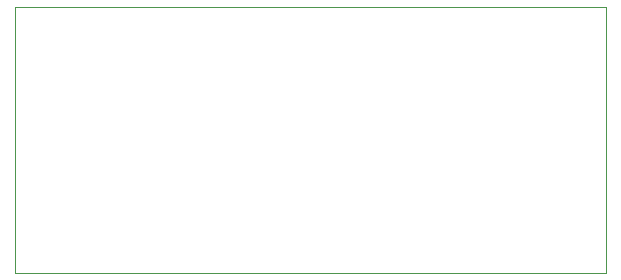
<source format=gbr>
%FSLAX34Y34*%
G04 Gerber Fmt 3.4, Leading zero omitted, Abs format*
G04 (created by PCBNEW (2013-12-24 BZR 4575)-product) date 2014-01-25 4:15:43 PM*
%MOIN*%
G01*
G70*
G90*
G04 APERTURE LIST*
%ADD10C,0.005906*%
%ADD11C,0.003937*%
G04 APERTURE END LIST*
G54D10*
G54D11*
X39763Y-54921D02*
X39763Y-46062D01*
X59448Y-54921D02*
X39763Y-54921D01*
X59448Y-46062D02*
X59448Y-54921D01*
X59448Y-46062D02*
X39763Y-46062D01*
M02*

</source>
